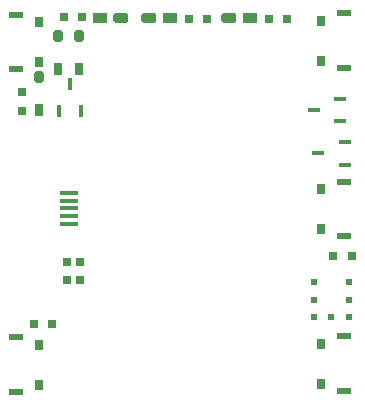
<source format=gtp>
G04*
G04 #@! TF.GenerationSoftware,Altium Limited,Altium Designer,19.0.4 (130)*
G04*
G04 Layer_Color=8421504*
%FSLAX25Y25*%
%MOIN*%
G70*
G01*
G75*
%ADD20R,0.03150X0.03543*%
%ADD21R,0.04724X0.02362*%
%ADD22R,0.01772X0.03937*%
%ADD23R,0.03150X0.03937*%
G04:AMPARAMS|DCode=24|XSize=39.37mil|YSize=31.5mil|CornerRadius=0mil|HoleSize=0mil|Usage=FLASHONLY|Rotation=90.000|XOffset=0mil|YOffset=0mil|HoleType=Round|Shape=Octagon|*
%AMOCTAGOND24*
4,1,8,0.00787,0.01968,-0.00787,0.01968,-0.01575,0.01181,-0.01575,-0.01181,-0.00787,-0.01968,0.00787,-0.01968,0.01575,-0.01181,0.01575,0.01181,0.00787,0.01968,0.0*
%
%ADD24OCTAGOND24*%

%ADD25R,0.03000X0.03000*%
%ADD26R,0.05000X0.03500*%
G04:AMPARAMS|DCode=27|XSize=50mil|YSize=35mil|CornerRadius=0mil|HoleSize=0mil|Usage=FLASHONLY|Rotation=0.000|XOffset=0mil|YOffset=0mil|HoleType=Round|Shape=Octagon|*
%AMOCTAGOND27*
4,1,8,0.02500,-0.00875,0.02500,0.00875,0.01625,0.01750,-0.01625,0.01750,-0.02500,0.00875,-0.02500,-0.00875,-0.01625,-0.01750,0.01625,-0.01750,0.02500,-0.00875,0.0*
%
%ADD27OCTAGOND27*%

%ADD28R,0.01968X0.02362*%
%ADD29R,0.02362X0.01968*%
%ADD30R,0.06299X0.01378*%
%ADD31R,0.03937X0.01772*%
%ADD32R,0.03000X0.03000*%
D20*
X-55644Y-69593D02*
D03*
Y-56207D02*
D03*
X38111Y38407D02*
D03*
Y51793D02*
D03*
Y-4307D02*
D03*
Y-17693D02*
D03*
Y-69239D02*
D03*
Y-55853D02*
D03*
X-55644Y38007D02*
D03*
Y51393D02*
D03*
D21*
X-63518Y-71955D02*
D03*
Y-53845D02*
D03*
X45985Y36045D02*
D03*
Y54155D02*
D03*
Y-1945D02*
D03*
Y-20055D02*
D03*
Y-71601D02*
D03*
Y-53491D02*
D03*
X-63518Y35645D02*
D03*
Y53755D02*
D03*
D22*
X-49140Y21700D02*
D03*
X-41660D02*
D03*
X-45400Y30629D02*
D03*
D23*
X-55800Y21988D02*
D03*
X-49400Y35788D02*
D03*
X-42400D02*
D03*
D24*
X-55800Y33012D02*
D03*
X-49400Y46812D02*
D03*
X-42400D02*
D03*
D25*
X-61300Y21741D02*
D03*
Y27859D02*
D03*
X-46400Y-28541D02*
D03*
Y-34659D02*
D03*
X-42100Y-28541D02*
D03*
Y-34659D02*
D03*
D26*
X-35300Y52626D02*
D03*
X-12100Y52574D02*
D03*
X14500Y52574D02*
D03*
D27*
X-28300Y52626D02*
D03*
X-19100Y52574D02*
D03*
X7500Y52574D02*
D03*
D28*
X47409Y-47100D02*
D03*
Y-41194D02*
D03*
Y-35289D02*
D03*
X35991D02*
D03*
Y-41194D02*
D03*
Y-47100D02*
D03*
D29*
X41700D02*
D03*
D30*
X-45866Y-8268D02*
D03*
Y-10827D02*
D03*
Y-5709D02*
D03*
Y-15945D02*
D03*
Y-13386D02*
D03*
D31*
X37271Y7500D02*
D03*
X46200Y11240D02*
D03*
Y3760D02*
D03*
X35771Y21900D02*
D03*
X44700Y25640D02*
D03*
Y18160D02*
D03*
D32*
X-5759Y52200D02*
D03*
X359D02*
D03*
X20841D02*
D03*
X26959D02*
D03*
X48459Y-26800D02*
D03*
X42341D02*
D03*
X-41341Y53100D02*
D03*
X-47459D02*
D03*
X-51341Y-49500D02*
D03*
X-57459D02*
D03*
M02*

</source>
